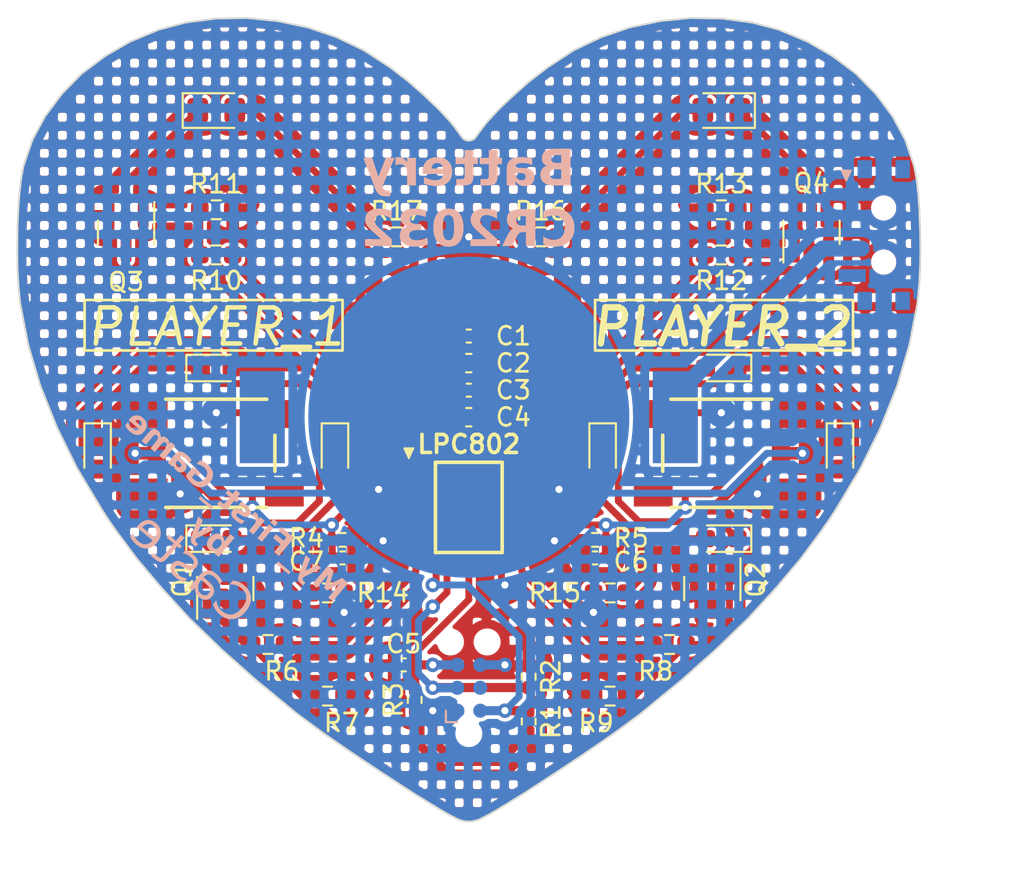
<source format=kicad_pcb>
(kicad_pcb (version 20221018) (generator pcbnew)
  (layers (0 "F.Cu" signal) (31 "B.Cu" signal) (34 "B.Paste" user) (35 "F.Paste" user) (36 "B.SilkS" user "B.Silkscreen") (37 "F.SilkS" user "F.Silkscreen") (38 "B.Mask" user) (39 "F.Mask" user) (44 "Edge.Cuts" user))
  (net 0 "")
  (net 1 "+3V3")
  (net 2 "GND")
  (net 3 "/!RST")
  (net 4 "Net-(D1-K)")
  (net 5 "Net-(D1-A)")
  (net 6 "Net-(D5-K)")
  (net 7 "Net-(D5-A)")
  (net 8 "Net-(D9-K)")
  (net 9 "Net-(D9-A)")
  (net 10 "Net-(D10-K)")
  (net 11 "Net-(D10-A)")
  (net 12 "/LEDS_L")
  (net 13 "/LEDS_R")
  (net 14 "/LEDS_BR")
  (net 15 "/SWCLK")
  (net 16 "/SWDIO")
  (net 17 "/LEDS_BL")
  (net 18 "/-")
  (net 19 "/+")
  (net 21 "Net-(Q1-B)")
  (net 22 "Net-(Q2-B)")
  (net 23 "Net-(Q3-B)")
  (net 24 "Net-(Q4-B)")
  (net 29 "+BATT")
  (footprint "Resistor_SMD:R_0402_1005Metric_Pad0.72x0.64mm_HandSolder" (layer "F.Cu") (at 137.45 99.93)
    (fp_text reference "R4")
    (fp_text value "47k")
  )
  (footprint "Fading_LED_game:Button_EVP-BT2G4A000" (layer "F.Cu") (at 158.45 95.13)
    (fp_text reference "PLAYER_2")
    (fp_text value "Button_EVP-BT2G4A000" hide)
  )
  (footprint "Capacitor_SMD:C_0402_1005Metric_Pad0.74x0.62mm_HandSolder" (layer "F.Cu") (at 140.84 106.86)
    (fp_text reference "C5")
    (fp_text value "100nF 50V")
  )
  (footprint "Fading_LED_game:Button_EVP-BT2G4A000" (layer "F.Cu") (at 130.45 95.13 180)
    (fp_text reference "PLAYER_1")
    (fp_text value "Button_EVP-BT2G4A000" hide)
  )
  (footprint "Capacitor_SMD:C_0402_1005Metric_Pad0.74x0.62mm_HandSolder" (layer "F.Cu") (at 144.45 91.63)
    (fp_text reference "C3")
    (fp_text value "100nF 50V")
  )
  (footprint "Package_TO_SOT_SMD:SOT-23" (layer "F.Cu") (at 157.95 102.63 -90)
    (fp_text reference "Q2")
    (fp_text value "BC817")
  )
  (footprint "Resistor_SMD:R_0603_1608Metric_Pad0.98x0.95mm_HandSolder" (layer "F.Cu") (at 136.62 102.87)
    (fp_text reference "R14")
    (fp_text value "750")
  )
  (footprint "Resistor_SMD:R_0603_1608Metric_Pad0.98x0.95mm_HandSolder" (layer "F.Cu") (at 158.45 84.13)
    (fp_text reference "R12")
    (fp_text value "10k")
  )
  (footprint "LED_SMD:LED_0603_1608Metric_Pad1.05x0.95mm_HandSolder" (layer "F.Cu") (at 130.45 99.86)
    (fp_text reference "D3" hide)
    (fp_text value "LED_P1")
  )
  (footprint "Package_TO_SOT_SMD:SOT-23" (layer "F.Cu") (at 130.95 102.63 90)
    (fp_text reference "Q1")
    (fp_text value "BC817")
  )
  (footprint "Resistor_SMD:R_0603_1608Metric_Pad0.98x0.95mm_HandSolder" (layer "F.Cu") (at 133.32 105.73 180)
    (fp_text reference "R6")
    (fp_text value "10k")
  )
  (footprint "LED_SMD:LED_0603_1608Metric_Pad1.05x0.95mm_HandSolder" (layer "F.Cu") (at 165.03 95.13 -90)
    (fp_text reference "D8" hide)
    (fp_text value "LED_P2")
  )
  (footprint "Resistor_SMD:R_0603_1608Metric_Pad0.98x0.95mm_HandSolder" (layer "F.Cu") (at 130.45 81.63)
    (fp_text reference "R11")
    (fp_text value "10k")
  )
  (footprint "Resistor_SMD:R_0402_1005Metric_Pad0.72x0.64mm_HandSolder" (layer "F.Cu") (at 147.77 107.52 90)
    (fp_text reference "R2")
    (fp_text value "10k")
  )
  (footprint "Resistor_SMD:R_0603_1608Metric_Pad0.98x0.95mm_HandSolder" (layer "F.Cu") (at 148.45 83.13 180)
    (fp_text reference "R16")
    (fp_text value "750")
  )
  (footprint "LED_SMD:LED_0603_1608Metric_Pad1.05x0.95mm_HandSolder" (layer "F.Cu") (at 137.03 95.13 -90)
    (fp_text reference "D4" hide)
    (fp_text value "LED_P1")
  )
  (footprint "Resistor_SMD:R_0603_1608Metric_Pad0.98x0.95mm_HandSolder" (layer "F.Cu") (at 136.62 108.59)
    (fp_text reference "R7")
    (fp_text value "10k")
  )
  (footprint "Fan controller:mcu LPC802" (layer "F.Cu") (at 144.45 98.13)
    (fp_text reference "LPC802")
    (fp_text value "mcu LPC802M001JDH16J" hide)
  )
  (footprint "LED_SMD:LED_0805_2012Metric_Pad1.15x1.40mm_HandSolder" (layer "F.Cu") (at 130.45 76.13)
    (fp_text reference "D9" hide)
    (fp_text value "LED")
  )
  (footprint "Capacitor_SMD:C_0603_1608Metric_Pad1.08x0.95mm_HandSolder" (layer "F.Cu") (at 144.45 90.13)
    (fp_text reference "C2")
    (fp_text value "10uF 10V")
  )
  (footprint "LED_SMD:LED_0603_1608Metric_Pad1.05x0.95mm_HandSolder" (layer "F.Cu") (at 151.87 95.13 -90)
    (fp_text reference "D6" hide)
    (fp_text value "LED_P2")
  )
  (footprint "Resistor_SMD:R_0603_1608Metric_Pad0.98x0.95mm_HandSolder" (layer "F.Cu") (at 152.28 102.87 180)
    (fp_text reference "R15")
    (fp_text value "750")
  )
  (footprint "LED_SMD:LED_0603_1608Metric_Pad1.05x0.95mm_HandSolder" (layer "F.Cu") (at 158.45 90.4 180)
    (fp_text reference "D5" hide)
    (fp_text value "LED_P2")
  )
  (footprint "Package_TO_SOT_SMD:SOT-23" (layer "F.Cu") (at 163.45 82.88 90)
    (fp_text reference "Q4")
    (fp_text value "BC817")
  )
  (footprint "Resistor_SMD:R_0603_1608Metric_Pad0.98x0.95mm_HandSolder" (layer "F.Cu") (at 140.45 83.13)
    (fp_text reference "R17")
    (fp_text value "750")
  )
  (footprint "Resistor_SMD:R_0402_1005Metric_Pad0.72x0.64mm_HandSolder" (layer "F.Cu") (at 147.77 110 90)
    (fp_text reference "R1")
    (fp_text value "10k")
  )
  (footprint "Resistor_SMD:R_0603_1608Metric_Pad0.98x0.95mm_HandSolder" (layer "F.Cu") (at 158.45 81.63 180)
    (fp_text reference "R13")
    (fp_text value "10k")
  )
  (footprint "LED_SMD:LED_0603_1608Metric_Pad1.05x0.95mm_HandSolder" (layer "F.Cu") (at 158.45 99.86 180)
    (fp_text reference "D7" hide)
    (fp_text value "LED_P2")
  )
  (footprint "LED_SMD:LED_0805_2012Metric_Pad1.15x1.40mm_HandSolder" (layer "F.Cu") (at 158.45 76.13 180)
    (fp_text reference "D10" hide)
    (fp_text value "LED")
  )
  (footprint "Resistor_SMD:R_0402_1005Metric_Pad0.72x0.64mm_HandSolder" (layer "F.Cu") (at 151.45 99.93 180)
    (fp_text reference "R5")
    (fp_text value "47k")
  )
  (footprint "Package_TO_SOT_SMD:SOT-23" (layer "F.Cu") (at 125.45 82.88 -90)
    (fp_text reference "Q3")
    (fp_text value "BC817")
  )
  (footprint "LED_SMD:LED_0603_1608Metric_Pad1.05x0.95mm_HandSolder" (layer "F.Cu") (at 123.87 95.13 -90)
    (fp_text reference "D2" hide)
    (fp_text value "LED_P1")
  )
  (footprint "Capacitor_SMD:C_0402_1005Metric_Pad0.74x0.62mm_HandSolder" (layer "F.Cu") (at 151.45 100.93)
    (fp_text reference "C6")
    (fp_text value "100nF 50V")
  )
  (footprint "Resistor_SMD:R_0603_1608Metric_Pad0.98x0.95mm_HandSolder" (layer "F.Cu") (at 152.28 108.59 180)
    (fp_text reference "R9")
    (fp_text value "10k")
  )
  (footprint "Resistor_SMD:R_0603_1608Metric_Pad0.98x0.95mm_HandSolder" (layer "F.Cu") (at 155.58 105.73)
    (fp_text reference "R8")
    (fp_text value "10k")
  )
  (footprint "Capacitor_SMD:C_0402_1005Metric_Pad0.74x0.62mm_HandSolder" (layer "F.Cu") (at 137.45 100.93 180)
    (fp_text reference "C7")
    (fp_text value "100nF 50V")
  )
  (footprint "Resistor_SMD:R_0402_1005Metric_Pad0.72x0.64mm_HandSolder" (layer "F.Cu") (at 141.45 108.8 90)
    (fp_text reference "R3")
    (fp_text value "10k")
  )
  (footprint "LED_SMD:LED_0603_1608Metric_Pad1.05x0.95mm_HandSolder" (layer "F.Cu") (at 130.45 90.4)
    (fp_text reference "D1" hide)
    (fp_text value "LED_P1")
  )
  (footprint "Resistor_SMD:R_0603_1608Metric_Pad0.98x0.95mm_HandSolder" (layer "F.Cu") (at 130.45 84.13 180)
    (fp_text reference "R10")
    (fp_text value "10k")
  )
  (footprint "Capacitor_SMD:C_0603_1608Metric_Pad1.08x0.95mm_HandSolder" (layer "F.Cu") (at 144.45 93.13)
    (fp_text reference "C4")
    (fp_text value "10uF 10V")
  )
  (footprint "Capacitor_SMD:C_0402_1005Metric_Pad0.74x0.62mm_HandSolder" (layer "F.Cu") (at 144.45 88.63)
    (fp_text reference "C1")
    (fp_text value "100nF 50V")
  )
  (footprint "Connector:Tag-Connect_TC2030-IDC-NL_2x03_P1.27mm_Vertical" (layer "B.Cu") (at 144.45 108.13 90)
    (fp_text reference "J1" hide)
    (fp_text value "Prog conn")
  )
  (footprint "Fading_LED_game:Switch_CUS-12TB" (layer "B.Cu") (at 167.45 83.13 -90)
    (fp_text reference "S1" hide)
    (fp_text value "Switch_CUS-12TB" hide)
  )
  (footprint "Fading_LED_game:CR2032_BAT-HLD-001" (layer "B.Cu") (at 144.45 93.13 180)
    (fp_text reference "BT1" hide)
    (fp_text value "CR2032_BAT-HLD-001" hide)
  )
  (gr_rect (start 151.45 86.63) (end 165.75 89.43) (stroke (width 0.15)) (fill none) (layer "F.SilkS"))
  (gr_rect (start 123.15 86.63) (end 137.45 89.43) (stroke (width 0.15)) (fill none) (layer "F.SilkS"))
  (gr_line (start 148.83 73.73) (end 147.79 74.53) (stroke (width 0.1)) (layer "Edge.Cuts"))
  (gr_line (start 167.94 76.46) (end 167.01 75.21) (stroke (width 0.1)) (layer "Edge.Cuts"))
  (gr_line (start 157.26 106.79) (end 158.12 106.03) (stroke (width 0.1)) (layer "Edge.Cuts"))
  (gr_line (start 119.43 82.83) (end 119.47 81.72) (stroke (width 0.1)) (layer "Edge.Cuts"))
  (gr_line (start 168.64 77.76) (end 167.94 76.46) (stroke (width 0.1)) (layer "Edge.Cuts"))
  (gr_line (start 141.11 74.53) (end 141.96 75.28) (stroke (width 0.1)) (layer "Edge.Cuts"))
  (gr_line (start 143.39 76.72) (end 143.51 76.86) (stroke (width 0.1)) (layer "Edge.Cuts"))
  (gr_line (start 145.55 115.16) (end 146.07 114.86) (stroke (width 0.1)) (layer "Edge.Cuts"))
  (gr_arc (start 145.172697 115.350415) (mid 144.43 115.54) (end 143.691138 115.335978) (stroke (width 0.1)) (layer "Edge.Cuts"))
  (gr_line (start 131.64 106.79) (end 130.78 106.03) (stroke (width 0.1)) (layer "Edge.Cuts"))
  (gr_line (start 168.2 91.38) (end 168.87 89.12) (stroke (width 0.1)) (layer "Edge.Cuts"))
  (gr_line (start 152.91 110.35) (end 153.99 109.55) (stroke (width 0.1)) (layer "Edge.Cuts"))
  (gr_line (start 156.75 71) (end 155.06 71.17) (stroke (width 0.1)) (layer "Edge.Cuts"))
  (gr_line (start 126.06 100.98) (end 124.88 99.39) (stroke (width 0.1)) (layer "Edge.Cuts"))
  (gr_line (start 143.51 76.86) (end 143.82 77.27) (stroke (width 0.1)) (layer "Edge.Cuts"))
  (gr_line (start 145.55 115.16) (end 145.172697 115.350415) (stroke (width 0.1)) (layer "Edge.Cuts"))
  (gr_line (start 121.89 75.21) (end 123 74.08) (stroke (width 0.1)) (layer "Edge.Cuts"))
  (gr_line (start 125.68 72.31) (end 127.29 71.64) (stroke (width 0.1)) (layer "Edge.Cuts"))
  (gr_line (start 136.45 110.68) (end 135.99 110.35) (stroke (width 0.1)) (layer "Edge.Cuts"))
  (gr_line (start 142.79 76.07) (end 143.39 76.72) (stroke (width 0.1)) (layer "Edge.Cuts"))
  (gr_line (start 169.47 82.83) (end 169.43 81.72) (stroke (width 0.1)) (layer "Edge.Cuts"))
  (gr_line (start 153.99 109.55) (end 155.48 108.32) (stroke (width 0.1)) (layer "Edge.Cuts"))
  (gr_line (start 164.64 98.48) (end 164.77 98.28) (stroke (width 0.1)) (layer "Edge.Cuts"))
  (gr_line (start 161.61 71.64) (end 160.13 71.25) (stroke (width 0.1)) (layer "Edge.Cuts"))
  (gr_line (start 153.39 71.52) (end 151.8 72.06) (stroke (width 0.1)) (layer "Edge.Cuts"))
  (gr_line (start 119.48 85.74) (end 119.43 84.74) (stroke (width 0.1)) (layer "Edge.Cuts"))
  (gr_line (start 152.45 110.68) (end 152.91 110.35) (stroke (width 0.1)) (layer "Edge.Cuts"))
  (gr_line (start 141.38 113.97) (end 139.75 112.91) (stroke (width 0.1)) (layer "Edge.Cuts"))
  (gr_line (start 151.89 111.07) (end 152.45 110.68) (stroke (width 0.1)) (layer "Edge.Cuts"))
  (gr_line (start 127.42 102.59) (end 126.06 100.98) (stroke (width 0.1)) (layer "Edge.Cuts"))
  (gr_line (start 128.77 71.25) (end 130.43 71.03) (stroke (width 0.1)) (layer "Edge.Cuts"))
  (gr_line (start 123 74.08) (end 124.28 73.12) (stroke (width 0.1)) (layer "Edge.Cuts"))
  (gr_arc (start 144.789999 77.669999) (mid 144.45 77.799901) (end 144.110001 77.669999) (stroke (width 0.1)) (layer "Edge.Cuts"))
  (gr_line (start 167.27 93.71) (end 168.2 91.38) (stroke (width 0.1)) (layer "Edge.Cuts"))
  (gr_line (start 120.03 89.12) (end 119.58 86.8) (stroke (width 0.1)) (layer "Edge.Cuts"))
  (gr_line (start 132.61 107.66) (end 131.64 106.79) (stroke (width 0.1)) (layer "Edge.Cuts"))
  (gr_line (start 164.02 99.39) (end 164.37 98.89) (stroke (width 0.1)) (layer "Edge.Cuts"))
  (gr_line (start 127.29 71.64) (end 128.77 71.25) (stroke (width 0.1)) (layer "Edge.Cuts"))
  (gr_line (start 169.27 79.93) (end 169.13 79.2) (stroke (width 0.1)) (layer "Edge.Cuts"))
  (gr_line (start 163.22 72.31) (end 161.61 71.64) (stroke (width 0.1)) (layer "Edge.Cuts"))
  (gr_line (start 137.01 111.07) (end 136.45 110.68) (stroke (width 0.1)) (layer "Edge.Cuts"))
  (gr_line (start 124.28 73.12) (end 125.68 72.31) (stroke (width 0.1)) (layer "Edge.Cuts"))
  (gr_line (start 145.08 77.27) (end 144.79 77.67) (stroke (width 0.1)) (layer "Edge.Cuts"))
  (gr_line (start 132.15 71) (end 133.84 71.17) (stroke (width 0.1)) (layer "Edge.Cuts"))
  (gr_line (start 150.29 72.78) (end 148.83 73.73) (stroke (width 0.1)) (layer "Edge.Cuts"))
  (gr_line (start 155.06 71.17) (end 153.39 71.52) (stroke (width 0.1)) (layer "Edge.Cuts"))
  (gr_line (start 120.96 76.46) (end 121.89 75.21) (stroke (width 0.1)) (layer "Edge.Cuts"))
  (gr_line (start 137.1 72.06) (end 138.61 72.78) (stroke (width 0.1)) (layer "Edge.Cuts"))
  (gr_line (start 124.88 99.39) (end 124.53 98.89) (stroke (width 0.1)) (layer "Edge.Cuts"))
  (gr_line (start 124.26 98.48) (end 124.13 98.28) (stroke (width 0.1)) (layer "Edge.Cuts"))
  (gr_line (start 169.48 83.93) (end 169.47 82.83) (stroke (width 0.1)) (layer "Edge.Cuts"))
  (gr_line (start 165.9 74.08) (end 164.62 73.12) (stroke (width 0.1)) (layer "Edge.Cuts"))
  (gr_line (start 166.16 95.96) (end 167.27 93.71) (stroke (width 0.1)) (layer "Edge.Cuts"))
  (gr_line (start 143.35 115.16) (end 142.83 114.86) (stroke (width 0.1)) (layer "Edge.Cuts"))
  (gr_line (start 167.01 75.21) (end 165.9 74.08) (stroke (width 0.1)) (layer "Edge.Cuts"))
  (gr_line (start 169.47 84.74) (end 169.48 83.93) (stroke (width 0.1)) (layer "Edge.Cuts"))
  (gr_line (start 145.51 76.72) (end 145.39 76.86) (stroke (width 0.1)) (layer "Edge.Cuts"))
  (gr_line (start 156.29 107.66) (end 157.26 106.79) (stroke (width 0.1)) (layer "Edge.Cuts"))
  (gr_line (start 158.47 71.03) (end 156.75 71) (stroke (width 0.1)) (layer "Edge.Cuts"))
  (gr_line (start 141.96 75.28) (end 142.79 76.07) (stroke (width 0.1)) (layer "Edge.Cuts"))
  (gr_line (start 133.42 108.32) (end 132.61 107.66) (stroke (width 0.1)) (layer "Edge.Cuts"))
  (gr_line (start 161.48 102.59) (end 162.84 100.98) (stroke (width 0.1)) (layer "Edge.Cuts"))
  (gr_line (start 169.13 79.2) (end 168.64 77.76) (stroke (width 0.1)) (layer "Edge.Cuts"))
  (gr_line (start 146.07 114.86) (end 147.52 113.97) (stroke (width 0.1)) (layer "Edge.Cuts"))
  (gr_line (start 135.99 110.35) (end 134.91 109.55) (stroke (width 0.1)) (layer "Edge.Cuts"))
  (gr_line (start 147.79 74.53) (end 146.94 75.28) (stroke (width 0.1)) (layer "Edge.Cuts"))
  (gr_line (start 160.13 71.25) (end 158.47 71.03) (stroke (width 0.1)) (layer "Edge.Cuts"))
  (gr_line (start 119.54 80.74) (end 119.63 79.93) (stroke (width 0.1)) (layer "Edge.Cuts"))
  (gr_line (start 140.07 73.73) (end 141.11 74.53) (stroke (width 0.1)) (layer "Edge.Cuts"))
  (gr_line (start 135.51 71.52) (end 137.1 72.06) (stroke (width 0.1)) (layer "Edge.Cuts"))
  (gr_line (start 119.47 81.72) (end 119.54 80.74) (stroke (width 0.1)) (layer "Edge.Cuts"))
  (gr_line (start 137.39 111.33) (end 137.01 111.07) (stroke (width 0.1)) (layer "Edge.Cuts"))
  (gr_line (start 169.43 81.72) (end 169.36 80.74) (stroke (width 0.1)) (layer "Edge.Cuts"))
  (gr_line (start 120.26 77.76) (end 120.96 76.46) (stroke (width 0.1)) (layer "Edge.Cuts"))
  (gr_line (start 145.39 76.86) (end 145.08 77.27) (stroke (width 0.1)) (layer "Edge.Cuts"))
  (gr_line (start 155.48 108.32) (end 156.29 107.66) (stroke (width 0.1)) (layer "Edge.Cuts"))
  (gr_line (start 133.84 71.17) (end 135.51 71.52) (stroke (width 0.1)) (layer "Edge.Cuts"))
  (gr_line (start 149.15 112.91) (end 150.33 112.13) (stroke (width 0.1)) (layer "Edge.Cuts"))
  (gr_line (start 138.06 111.79) (end 137.39 111.33) (stroke (width 0.1)) (layer "Edge.Cuts"))
  (gr_line (start 143.82 77.27) (end 144.11 77.67) (stroke (width 0.1)) (layer "Edge.Cuts"))
  (gr_line (start 169.42 85.74) (end 169.47 84.74) (stroke (width 0.1)) (layer "Edge.Cuts"))
  (gr_line (start 150.33 112.13) (end 150.84 111.79) (stroke (width 0.1)) (layer "Edge.Cuts"))
  (gr_line (start 150.84 111.79) (end 151.51 111.33) (stroke (width 0.1)) (layer "Edge.Cuts"))
  (gr_line (start 119.42 83.93) (end 119.43 82.83) (stroke (width 0.1)) (layer "Edge.Cuts"))
  (gr_line (start 119.43 84.74) (end 119.42 83.93) (stroke (width 0.1)) (layer "Edge.Cuts"))
  (gr_line (start 120.7 91.38) (end 120.03 89.12) (stroke (width 0.1)) (layer "Edge.Cuts"))
  (gr_line (start 146.94 75.28) (end 146.11 76.07) (stroke (width 0.1)) (layer "Edge.Cuts"))
  (gr_line (start 122.74 95.96) (end 121.63 93.71) (stroke (width 0.1)) (layer "Edge.Cuts"))
  (gr_line (start 151.8 72.06) (end 150.29 72.78) (stroke (width 0.1)) (layer "Edge.Cuts"))
  (gr_line (start 138.61 72.78) (end 140.07 73.73) (stroke (width 0.1)) (layer "Edge.Cuts"))
  (gr_line (start 146.11 76.07) (end 145.51 76.72) (stroke (width 0.1)) (layer "Edge.Cuts"))
  (gr_line (start 121.63 93.71) (end 120.7 91.38) (stroke (width 0.1)) (layer "Edge.Cuts"))
  (gr_line (start 130.43 71.03) (end 132.15 71) (stroke (width 0.1)) (layer "Edge.Cuts"))
  (gr_line (start 169.32 86.8) (end 169.42 85.74) (stroke (width 0.1)) (layer "Edge.Cuts"))
  (gr_line (start 119.63 79.93) (end 119.77 79.2) (stroke (width 0.1)) (layer "Edge.Cuts"))
  (gr_line (start 164.62 73.12) (end 163.22 72.31) (stroke (width 0.1)) (layer "Edge.Cuts"))
  (gr_line (start 159.96 104.25) (end 161.48 102.59) (stroke (width 0.1)) (layer "Edge.Cuts"))
  (gr_line (start 151.51 111.33) (end 151.89 111.07) (stroke (width 0.1)) (layer "Edge.Cuts"))
  (gr_line (start 138.57 112.13) (end 138.06 111.79) (stroke (width 0.1)) (layer "Edge.Cuts"))
  (gr_line (start 142.83 114.86) (end 141.38 113.97) (stroke (width 0.1)) (layer "Edge.Cuts"))
  (gr_line (start 134.91 109.55) (end 133.42 108.32) (stroke (width 0.1)) (layer "Edge.Cuts"))
  (gr_line (start 147.52 113.97) (end 149.15 112.91) (stroke (width 0.1)) (layer "Edge.Cuts"))
  (gr_line (start 139.75 112.91) (end 138.57 112.13) (stroke (width 0.1)) (layer "Edge.Cuts"))
  (gr_line (start 164.37 98.89) (end 164.64 98.48) (stroke (width 0.1)) (layer "Edge.Cuts"))
  (gr_line (start 124.13 98.28) (end 122.74 95.96) (stroke (width 0.1)) (layer "Edge.Cuts"))
  (gr_line (start 124.53 98.89) (end 124.26 98.48) (stroke (width 0.1)) (layer "Edge.Cuts"))
  (gr_line (start 119.77 79.2) (end 120.26 77.76) (stroke (width 0.1)) (layer "Edge.Cuts"))
  (gr_line (start 169.36 80.74) (end 169.27 79.93) (stroke (width 0.1)) (layer "Edge.Cuts"))
  (gr_line (start 130.78 106.03) (end 128.94 104.25) (stroke (width 0.1)) (layer "Edge.Cuts"))
  (gr_line (start 164.77 98.28) (end 166.16 95.96) (stroke (width 0.1)) (layer "Edge.Cuts"))
  (gr_line (start 119.58 86.8) (end 119.48 85.74) (stroke (width 0.1)) (layer "Edge.Cuts"))
  (gr_line (start 168.87 89.12) (end 169.32 86.8) (stroke (width 0.1)) (layer "Edge.Cuts"))
  (gr_line (start 128.94 104.25) (end 127.42 102.59) (stroke (width 0.1)) (layer "Edge.Cuts"))
  (gr_line (start 143.691138 115.335978) (end 143.35 115.16) (stroke (width 0.1)) (layer "Edge.Cuts"))
  (gr_line (start 158.12 106.03) (end 159.96 104.25) (stroke (width 0.1)) (layer "Edge.Cuts"))
  (gr_line (start 162.84 100.98) (end 164.02 99.39) (stroke (width 0.1)) (layer "Edge.Cuts"))
  (gr_text "Caste" (at 131.33 105.04 320) (layer "B.SilkS") (effects (font (size 2 2)) (justify left bottom mirror)))
  (gr_text "My_First_Game\nby\n" (at 129.6 100.34 320) (layer "B.SilkS") (effects (font (size 1.3 1.3) (thickness 0.2) bold) (justify bottom mirror)))
  (gr_text "Battery\nCR2032" (at 144.45 81.13) (layer "B.SilkS") (effects (font (size 2 2) (thickness 0.4) bold) (justify mirror)))
  (segment (start 141.4525 109.4) (end 141.45 109.3975) (width 0.508) (layer "F.Cu") (net 1))
  (segment (start 146.1575 112.21) (end 143.63 112.21) (width 0.508) (layer "F.Cu") (net 1))
  (segment (start 130.45 92.88) (end 134.5 92.88) (width 0.381) (layer "F.Cu") (net 1))
  (segment (start 147.388 98.455) (end 146.2695 98.455) (width 0.381) (layer "F.Cu") (net 1))
  (segment (start 145.0175 91.63) (end 145.0175 90.425) (width 0.381) (layer "F.Cu") (net 1))
  (segment (start 141.3625 83.13) (end 144.45 83.13) (width 0.381) (layer "F.Cu") (net 1))
  (segment (start 145.0175 88.63) (end 145.0175 89.835) (width 0.381) (layer "F.Cu") (net 1))
  (segment (start 143.63 112.21) (end 142.45 111.03) (width 0.508) (layer "F.Cu") (net 1))
  (segment (start 162.5 97.38) (end 160.45 97.38) (width 0.381) (layer "F.Cu") (net 1))
  (segment (start 146.26 102.24) (end 146.26 98.4645) (width 0.381) (layer "F.Cu") (net 1))
  (segment (start 145.0175 89.835) (end 145.3125 90.13) (width 0.381) (layer "F.Cu") (net 1))
  (segment (start 137.5325 103.9425) (end 137.54 103.95) (width 0.381) (layer "F.Cu") (net 1))
  (segment (start 145.86 96.0955) (end 145.86 96.9145) (width 0.381) (layer "F.Cu") (net 1))
  (segment (start 145.0175 92.835) (end 145.3125 93.13) (width 0.381) (layer "F.Cu") (net 1))
  (segment (start 146.2695 98.455) (end 145.86 98.0455) (width 0.381) (layer "F.Cu") (net 1))
  (segment (start 145.3125 95.548) (end 145.86 96.0955) (width 0.381) (layer "F.Cu") (net 1))
  (segment (start 146.45 102.43) (end 146.26 102.24) (width 0.381) (layer "F.Cu") (net 1))
  (segment (start 128.45 97.38) (end 126.4 97.38) (width 0.381) (layer "F.Cu") (net 1))
  (segment (start 142.45 111.03) (end 142.45 109.4) (width 0.508) (layer "F.Cu") (net 1))
  (segment (start 147.77 110.5975) (end 146.1575 112.21) (width 0.508) (layer "F.Cu") (net 1))
  (segment (start 145.86 96.9145) (end 146.2695 96.505) (width 0.381) (layer "F.Cu") (net 1))
  (segment (start 145.3125 93.13) (end 145.3125 95.548) (width 0.381) (layer "F.Cu") (net 1))
  (segment (start 145.0175 91.63) (end 145.0175 92.835) (width 0.381) (layer "F.Cu") (net 1))
  (segment (start 142.45 109.4) (end 141.4525 109.4) (width 0.508) (layer "F.Cu") (net 1))
  (segment (start 145.0175 90.425) (end 145.3125 90.13) (width 0.381) (layer "F.Cu") (net 1))
  (segment (start 147.5375 83.13) (end 144.45 83.13) (width 0.381) (layer "F.Cu") (net 1))
  (segment (start 146.26 98.4645) (end 146.2695 98.455) (width 0.381) (layer "F.Cu") (net 1))
  (segment (start 151.36 102.8775) (end 151.3675 102.87) (width 0.381) (layer "F.Cu") (net 1))
  (segment (start 151.36 103.95) (end 151.36 102.8775) (width 0.381) (layer "F.Cu") (net 1))
  (segment (start 145.86 98.0455) (end 145.86 96.9145) (width 0.381) (layer "F.Cu") (net 1))
  (segment (start 158.45 92.88) (end 154.4 92.88) (width 0.381) (layer "F.Cu") (net 1))
  (segment (start 146.2695 96.505) (end 147.388 96.505) (width 0.381) (layer "F.Cu") (net 1))
  (segment (start 137.5325 102.87) (end 137.5325 103.9425) (width 0.381) (layer "F.Cu") (net 1))
  (via (at 144.45 83.13) (size 0.8) (drill 0.4) (layers "F.Cu" "B.Cu") (net 1))
  (via (at 128.45 97.38) (size 0.8) (drill 0.4) (layers "F.Cu" "B.Cu") (net 1))
  (via (at 130.45 92.88) (size 0.8) (drill 0.4) (layers "F.Cu" "B.Cu") (net 1))
  (via (at 158.45 92.88) (size 0.8) (drill 0.4) (layers "F.Cu" "B.Cu") (net 1))
  (via (at 160.45 97.38) (size 0.8) (drill 0.4) (layers "F.Cu" "B.Cu") (net 1))
  (via (at 142.45 109.4) (size 0.8) (drill 0.4) (layers "F.Cu" "B.Cu") (net 1))
  (via (at 146.45 102.43) (size 0.8) (drill 0.4) (layers "F.Cu" "B.Cu") (net 1))
  (via (at 137.54 103.95) (size 0.8) (drill 0.4) (layers "F.Cu" "B.Cu") (net 1))
  (via (at 151.36 103.95) (size 0.8) (drill 0.4) (layers "F.Cu" "B.Cu") (net 1))
  (segment (start 142.45 109.4) (end 143.815 109.4) (width 0.508) (layer "B.Cu") (net 1))
  (segment (start 161.75 95.13) (end 162.95 95.13) (width 0.381) (layer "F.Cu") (net 2))
  (segment (start 127.15 95.13) (end 125.95 95.13) (width 0.381) (layer "F.Cu") (net 2))
  (via (at 162.95 95.13) (size 0.8) (drill 0.4) (layers "F.Cu" "B.Cu") (net 2))
  (via (at 146.45 106.86) (size 0.8) (drill 0.4) (layers "F.Cu" "B.Cu") (net 2))
  (via (at 139.7 99.98) (size 0.8) (drill 0.4) (layers "F.Cu" "B.Cu") (net 2))
  (via (at 149.45 97.13) (size 0.8) (drill 0.4) (layers "F.Cu" "B.Cu") (net 2))
  (via (at 125.95 95.13) (size 0.8) (drill 0.4) (layers "F.Cu" "B.Cu") (net 2))
  (via (at 149.2 99.98) (size 0.8) (drill 0.4) (layers "F.Cu" "B.Cu") (net 2))
  (via (at 139.45 97.13) (size 0.8) (drill 0.4) (layers "F.Cu" "B.Cu") (net 2))
  (segment (start 125.95 95.13) (end 127.93 95.13) (width 0.381) (layer "B.Cu") (net 2))
  (segment (start 140.2405 97.3395) (end 144.45 93.13) (width 0.381) (layer "B.Cu") (net 2))
  (segment (start 146.45 106.86) (end 145.085 106.86) (width 0.508) (layer "B.Cu") (net 2))
  (segment (start 148.6595 97.3395) (end 144.45 93.13) (width 0.381) (layer "B.Cu") (net 2))
  (segment (start 162.95 95.13) (end 160.97 95.13) (width 0.381) (layer "B.Cu") (net 2))
  (segment (start 130.1395 97.3395) (end 140.2405 97.3395) (width 0.381) (layer "B.Cu") (net 2))
  (segment (start 158.7605 97.3395) (end 148.6595 97.3395) (width 0.381) (layer "B.Cu") (net 2))
  (segment (start 160.97 95.13) (end 158.7605 97.3395) (width 0.381) (layer "B.Cu") (net 2))
  (segment (start 127.93 95.13) (end 130.1395 97.3395) (width 0.381) (layer "B.Cu") (net 2))
  (segment (start 143.345 97.805) (end 141.512 97.805) (width 0.381) (layer "F.Cu") (net 3))
  (segment (start 144.45 103.240579) (end 144.45 98.91) (width 0.381) (layer "F.Cu") (net 3))
  (segment (start 141.45 108.2025) (end 141.45 106.9025) (width 0.508) (layer "F.Cu") (net 3))
  (segment (start 141.4075 106.283079) (end 144.45 103.240579) (width 0.381) (layer "F.Cu") (net 3))
  (segment (start 141.4075 106.86) (end 141.4075 106.283079) (width 0.381) (layer "F.Cu") (net 3))
  (segment (start 142.45 106.86) (end 141.4075 106.86) (width 0.508) (layer "F.Cu") (net 3))
  (segment (start 141.45 106.9025) (end 141.4075 106.86) (width 0.508) (layer "F.Cu") (net 3))
  (segment (start 144.45 98.91) (end 143.345 97.805) (width 0.381) (layer "F.Cu") (net 3))
  (via (at 142.45 106.86) (size 0.8) (drill 0.4) (layers "F.Cu" "B.Cu") (net 3))
  (segment (start 142.45 106.86) (end 143.815 106.86) (width 0.508) (layer "B.Cu") (net 3))
  (segment (start 136.1645 97.7755) (end 134.9455 98.9945) (width 0.381) (layer "F.Cu") (net 4))
  (segment (start 130.4405 91.2655) (end 135.603842 91.2655) (width 0.381) (layer "F.Cu") (net 4))
  (segment (start 123.87 92.791658) (end 123.87 94.255) (width 0.381) (layer "F.Cu") (net 4))
  (segment (start 134.9455 98.9945) (end 130.4405 98.9945) (width 0.381) (layer "F.Cu") (net 4))
  (segment (start 137.03 94.255) (end 136.1645 95.1205) (width 0.381) (layer "F.Cu") (net 4))
  (segment (start 137.03 92.691658) (end 137.03 94.255) (width 0.381) (layer "F.Cu") (net 4))
  (segment (start 129.575 90.4) (end 126.261658 90.4) (width 0.381) (layer "F.Cu") (net 4))
  (segment (start 135.603842 91.2655) (end 137.03 92.691658) (width 0.381) (layer "F.Cu") (net 4))
  (segment (start 126.261658 90.4) (end 123.87 92.791658) (width 0.381) (layer "F.Cu") (net 4))
  (segment (start 130.4405 98.9945) (end 129.575 99.86) (width 0.381) (layer "F.Cu") (net 4))
  (segment (start 130.95 101.6925) (end 130.95 101.235) (width 0.508) (layer "F.Cu") (net 4))
  (segment (start 129.575 90.4) (end 130.4405 91.2655) (width 0.381) (layer "F.Cu") (net 4))
  (segment (start 130.95 101.235) (end 129.575 99.86) (width 0.508) (layer "F.Cu") (net 4))
  (segment (start 136.1645 95.1205) (end 136.1645 97.7755) (width 0.381) (layer "F.Cu") (net 4))
  (segment (start 126.31 89.53) (end 130.455 89.53) (width 0.381) (layer "F.Cu") (net 5))
  (segment (start 134.901658 102.064158) (end 135.7075 102.87) (width 0.381) (layer "F.Cu") (net 5))
  (segment (start 134.901658 99.86) (end 131.325 99.86) (width 0.381) (layer "F.Cu") (net 5))
  (segment (start 123.87 96.005) (end 123.0045 95.1395) (width 0.381) (layer "F.Cu") (net 5))
  (segment (start 130.455 89.53) (end 131.325 90.4) (width 0.381) (layer "F.Cu") (net 5))
  (segment (start 123.0045 95.1395) (end 123.0045 92.8355) (width 0.381) (layer "F.Cu") (net 5))
  (segment (start 137.8955 92.7355) (end 137.8955 95.1395) (width 0.381) (layer "F.Cu") (net 5))
  (segment (start 137.03 97.731658) (end 134.901658 99.86) (width 0.381) (layer "F.Cu") (net 5))
  (segment (start 137.03 96.005) (end 137.03 97.731658) (width 0.381) (layer "F.Cu") (net 5))
  (segment (start 131.325 90.4) (end 135.56 90.4) (width 0.381) (layer "F.Cu") (net 5))
  (segment (start 135.56 90.4) (end 137.8955 92.7355) (width 0.381) (layer "F.Cu") (net 5))
  (segment (start 134.901658 99.86) (end 134.901658 102.064158) (width 0.381) (layer "F.Cu") (net 5))
  (segment (start 137.8955 95.1395) (end 137.03 96.005) (width 0.381) (layer "F.Cu") (net 5))
  (segment (start 123.0045 92.8355) (end 126.31 89.53) (width 0.381) (layer "F.Cu") (net 5))
  (segment (start 157.95 103.5675) (end 157.95 100.898126) (width 0.381) (layer "F.Cu") (net 6))
  (segment (start 152.74 95.126) (end 152.74 97.781) (width 0.381) (layer "F.Cu") (net 6))
  (segment (start 165.0345 94.2605) (end 165.0345 92.797158) (width 0.381) (layer "F.Cu") (net 6))
  (segment (start 158.464 91.271) (end 153.300658 91.271) (width 0.381) (layer "F.Cu") (net 6))
  (segment (start 151.8745 94.2605) (end 152.74 95.126) (width 0.381) (layer "F.Cu") (net 6))
  (segment (start 152.74 97.781) (end 153.879 98.92) (width 0.381) (layer "F.Cu") (net 6))
  (segment (start 162.642842 90.4055) (end 159.3295 90.4055) (width 0.381) (layer "F.Cu") (net 6))
  (segment (start 165.0345 92.797158) (end 162.642842 90.4055) (width 0.381) (layer "F.Cu") (net 6))
  (segment (start 158.384 98.92) (end 159.3295 99.8655) (width 0.381) (layer "F.Cu") (net 6))
  (segment (start 159.3295 90.4055) (end 158.464 91.271) (width 0.381) (layer "F.Cu") (net 6))
  (segment (start 153.300658 91.271) (end 151.8745 92.697158) (width 0.381) (layer "F.Cu") (net 6))
  (segment (start 157.95 100.898126) (end 158.988126 99.86) (width 0.381) (layer "F.Cu") (net 6))
  (segment (start 153.879 98.92) (end 158.384 98.92) (width 0.381) (layer "F.Cu") (net 6))
  (segment (start 158.988126 99.86) (end 159.325 99.86) (width 0.381) (layer "F.Cu") (net 6))
  (segment (start 151.8745 92.697158) (end 151.8745 94.2605) (width 0.381) (layer "F.Cu") (net 6))
  (segment (start 151.865 96.015) (end 151.865 97.741658) (width 0.381) (layer "F.Cu") (net 7))
  (segment (start 162.579 89.52) (end 158.465 89.52) (width 0.381) (layer "F.Cu") (net 7))
  (segment (start 154.002842 102.069658) (end 153.197 102.8755) (width 0.381) (layer "F.Cu") (net 7))
  (segment (start 151 95.136) (end 151.8745 96.0105) (width 0.381) (layer "F.Cu") (net 7))
  (segment (start 154.002842 99.8655) (end 157.5795 99.8655) (width 0.381) (layer "F.Cu") (net 7))
  (segment (start 153.993342 99.87) (end 157.57 99.87) (width 0.381) (layer "F.Cu") (net 7))
  (segment (start 153.3445 90.4055) (end 151 92.75) (width 0.381) (layer "F.Cu") (net 7))
  (segment (start 154.002842 99.8655) (end 154.002842 102.069658) (width 0.381) (layer "F.Cu") (net 7))
  (segment (start 151 92.75) (end 151 95.136) (width 0.381) (layer "F.Cu") (net 7))
  (segment (start 165.9 95.145) (end 165.9 92.841) (width 0.381) (layer "F.Cu") (net 7))
  (segment (start 165.0345 96.0105) (end 165.9 95.145) (width 0.381) (layer "F.Cu") (net 7))
  (segment (start 151.865 97.741658) (end 153.993342 99.87) (width 0.381) (layer "F.Cu") (net 7))
  (segment (start 157.5795 90.4055) (end 153.3445 90.4055) (width 0.381) (layer "F.Cu") (net 7))
  (segment (start 158.465 89.52) (end 157.5795 90.4055) (width 0.381) (layer "F.Cu") (net 7))
  (segment (start 165.9 92.841) (end 162.579 89.52) (width 0.381) (layer "F.Cu") (net 7))
  (segment (start 125.45 83.8175) (end 125.45 80.105) (width 0.381) (layer "F.Cu") (net 8))
  (segment (start 125.45 80.105) (end 129.425 76.13) (width 0.381) (layer "F.Cu") (net 8))
  (segment (start 131.475 76.13) (end 132.5375 76.13) (width 0.381) (layer "F.Cu") (net 9))
  (segment (start 132.5375 76.13) (end 139.5375 83.13) (width 0.381) (layer "F.Cu") (net 9))
  (segment (start 163.45 80.105) (end 159.475 76.13) (width 0.381) (layer "F.Cu") (net 10))
  (segment (start 163.45 81.9425) (end 163.45 80.105) (width 0.381) (layer "F.Cu") (net 10))
  (segment (start 157.44 76.13) (end 156.3775 76.13) (width 0.381) (layer "F.Cu") (net 11))
  (segment (start 156.3775 76.13) (end 149.3775 83.13) (width 0.381) (layer "F.Cu") (net 11))
  (segment (start 131.3625 85.380842) (end 131.3625 84.13) (width 0.381) (layer "F.Cu") (net 12))
  (segment (start 141.512 95.855) (end 141.512 95.530342) (width 0.381) (layer "F.Cu") (net 12))
  (segment (start 141.512 95.530342) (end 131.3625 85.380842) (width 0.381) (layer "F.Cu") (net 12))
  (segment (start 147.388 95.855) (end 147.388 95.540342) (width 0.381) (layer "F.Cu") (net 13))
  (segment (start 157.5375 85.390842) (end 157.5375 84.13) (width 0.381) (layer "F.Cu") (net 13))
  (segment (start 147.388 95.540342) (end 157.5375 85.390842) (width 0.381) (layer "F.Cu") (net 13))
  (segment (start 147.39 101.68) (end 147.39 100.403032) (width 0.381) (layer "F.Cu") (net 14))
  (segment (start 154.6695 105.728032) (end 151.438032 105.728032) (width 0.381) (layer "F.Cu") (net 14))
  (segment (start 151.438032 105.728032) (end 147.39 101.68) (width 0.381) (layer "F.Cu") (net 14))
  (segment (start 141.512 99.105) (end 142.621658 99.105) (width 0.381) (layer "F.Cu") (net 15))
  (segment (start 143.2405 102.8395) (end 142.45 103.63) (width 0.381) (layer "F.Cu") (net 15))
  (segment (start 142.4625 108.1175) (end 142.45 108.13) (width 0.508) (layer "F.Cu") (net 15))
  (segment (start 143.2405 99.723842) (end 143.2405 102.8395) (width 0.381) (layer "F.Cu") (net 15))
  (segment (start 147.77 108.1175) (end 142.4625 108.1175) (width 0.508) (layer "F.Cu") (net 15))
  (segment (start 142.621658 99.105) (end 143.2405 99.723842) (width 0.381) (layer "F.Cu") (net 15))
  (via (at 142.45 103.63) (size 0.8) (drill 0.4) (layers "F.Cu" "B.Cu") (net 15))
  (via (at 142.45 108.13) (size 0.8) (drill 0.4) (layers "F.Cu" "B.Cu") (net 15))
  (segment (start 141.6595 104.4205) (end 141.6595 107.3395) (width 0.381) (layer "B.Cu") (net 15))
  (segment (start 141.6595 107.3395) (end 142.45 108.13) (width 0.381) (layer "B.Cu") (net 15))
  (segment (start 142.45 103.63) (end 141.6595 104.4205) (width 0.381) (layer "B.Cu") (net 15))
  (segment (start 143.815 108.13) (end 142.45 108.13) (width 0.508) (layer "B.Cu") (net 15))
  (segment (start 142.45 99.755) (end 141.512 99.755) (width 0.381) (layer "F.Cu") (net 16))
  (segment (start 142.64 99.945) (end 142.45 99.755) (width 0.381) (layer "F.Cu") (net 16))
  (segment (start 147.7675 109.4) (end 147.77 109.4025) (width 0.508) (layer "F.Cu") (net 16))
  (segment (start 142.45 102.43) (end 142.64 102.24) (width 0.381) (layer "F.Cu") (net 16))
  (segment (start 142.64 102.24) (end 142.64 99.945) (width 0.381) (layer "F.Cu") (net 16))
  (segment (start 146.45 109.4) (end 147.7675 109.4) (width 0.508) (layer "F.Cu") (net 16))
  (via (at 142.45 102.43) (size 0.8) (drill 0.4) (layers "F.Cu" "B.Cu") (net 16))
  (via (at 146.45 109.4) (size 0.8) (drill 0.4) (layers "F.Cu" "B.Cu") (net 16))
  (segment (start 147.2405 105.3205) (end 147.2405 108.6095) (width 0.381) (layer "B.Cu") (net 16))
  (segment (start 146.45 109.4) (end 145.085 109.4) (width 0.508) (layer "B.Cu") (net 16))
  (segment (start 144.35 102.43) (end 147.2405 105.3205) (width 0.381) (layer "B.Cu") (net 16))
  (segment (start 147.2405 108.6095) (end 146.45 109.4) (width 0.381) (layer "B.Cu") (net 16))
  (segment (start 142.45 102.43) (end 144.35 102.43) (width 0.381) (layer "B.Cu") (net 16))
  (segment (start 137.463968 105.73) (end 141.512 101.681968) (width 0.381) (layer "F.Cu") (net 17))
  (segment (start 141.512 101.681968) (end 141.512 100.405) (width 0.381) (layer "F.Cu") (net 17))
  (segment (start 134.2325 105.73) (end 137.463968 105.73) (width 0.381) (layer "F.Cu") (net 17))
  (segment (start 152.0175 100.93) (end 152.0175 99.96) (width 0.381) (layer "F.Cu") (net 18))
  (segment (start 152.05 99.1) (end 152.045 99.105) (width 0.381) (layer "F.Cu") (net 18))
  (segment (start 156.45 97.38) (end 156.45 98.13) (width 0.381) (layer "F.Cu") (net 18))
  (segment (start 156.45 97.38) (end 154.4 97.38) (width 0.381) (layer "F.Cu") (net 18))
  (segment (start 152.0175 99.96) (end 152.0475 99.93) (width 0.381) (layer "F.Cu") (net 18))
  (segment (start 152.05 99.9275) (end 152.0475 99.93) (width 0.381) (layer "F.Cu") (net 18))
  (segment (start 157.9 97.38) (end 156.45 97.38) (width 0.381) (layer "F.Cu") (net 18))
  (segment (start 152.045 99.105) (end 147.388 99.105) (width 0.381) (layer "F.Cu") (net 18))
  (segment (start 152.05 99.1) (end 152.05 99.9275) (width 0.381) (layer "F.Cu") (net 18))
  (segment (start 162.4 92.88) (end 157.9 97.38) (width 0.381) (layer "F.Cu") (net 18))
  (via (at 156.45 98.13) (size 0.8) (drill 0.4) (layers "F.Cu" "B.Cu") (net 18))
  (via (at 152.05 99.1) (size 0.8) (drill 0.4) (layers "F.Cu" "B.Cu") (net 18))
  (segment (start 152.05 99.1) (end 155.48 99.1) (width 0.381) (layer "B.Cu") (net 18))
  (segment (start 155.48 99.1) (end 156.45 98.13) (width 0.381) (layer "B.Cu") (net 18))
  (segment (start 136.8825 99.96) (end 136.8525 99.93) (width 0.381) (layer "F.Cu") (net 19))
  (segment (start 131 97.38) (end 126.5 92.88) (width 0.381) (layer "F.Cu") (net 19))
  (segment (start 132.45 97.38) (end 132.45 98.13) (width 0.381) (layer "F.Cu") (net 19))
  (segment (start 136.8825 100.93) (end 136.8825 99.96) (width 0.381) (layer "F.Cu") (net 19))
  (segment (start 136.85 99.1) (end 136.85 99.9275) (width 0.381) (layer "F.Cu") (net 19))
  (segment (start 134.77757 97.38) (end 134.5 97.38) (width 0.381) (layer "F.Cu") (net 19))
  (segment (start 132.45 97.38) (end 131 97.38) (width 0.381) (layer "F.Cu") (net 19))
  (segment (start 134.77757 97.38) (end 132.45 97.38) (width 0.381) (layer "F.Cu") (net 19))
  (segment (start 136.85 99.9275) (end 136.8525 99.93) (width 0.381) (layer "F.Cu") (net 19))
  (segment (start 136.85 99.1) (end 137.495 98.455) (width 0.381) (layer "F.Cu") (net 19))
  (segment (start 137.495 98.455) (end 141.512 98.455) (width 0.381) (layer "F.Cu") (net 19))
  (via (at 132.45 98.13) (size 0.8) (drill 0.4) (layers "F.Cu" "B.Cu") (net 19))
  (via (at 136.85 99.1) (size 0.8) (drill 0.4) (layers "F.Cu" "B.Cu") (net 19))
  (segment (start 133.42 99.1) (end 132.45 98.13) (width 0.381) (layer "B.Cu") (net 19))
  (segment (start 136.85 99.1) (end 133.42 99.1) (width 0.381) (layer "B.Cu") (net 19))
  (segment (start 135.7075 108.59) (end 135.2675 108.59) (width 0.508) (layer "F.Cu") (net 21))
  (segment (start 132.1625 105.73) (end 130 103.5675) (width 0.508) (layer "F.Cu") (net 21))
  (segment (start 132.4075 105.73) (end 132.1625 105.73) (width 0.508) (layer "F.Cu") (net 21))
  (segment (start 135.2675 108.59) (end 132.4075 105.73) (width 0.508) (layer "F.Cu") (net 21))
  (segment (start 157.53 105.73) (end 158.9 104.36) (width 0.381) (layer "F.Cu") (net 22))
  (segment (start 153.1925 108.59) (end 153.6325 108.59) (width 0.381) (layer "F.Cu") (net 22))
  (segment (start 158.9 104.36) (end 158.9 101.6925) (width 0.381) (layer "F.Cu") (net 22))
  (segment (start 153.6325 108.59) (end 156.4925 105.73) (width 0.381) (layer "F.Cu") (net 22))
  (segment (start 156.4925 105.73) (end 157.53 105.73) (width 0.381) (layer "F.Cu") (net 22))
  (segment (start 129.225 81.9425) (end 129.5375 81.63) (width 0.381) (layer "F.Cu") (net 23))
  (segment (start 126.4 81.9425) (end 129.225 81.9425) (width 0.381) (layer "F.Cu") (net 23))
  (segment (start 129.5375 84.13) (end 129.5375 81.63) (width 0.381) (layer "F.Cu") (net 23))
  (segment (start 159.3625 81.63) (end 159.3625 84.13) (width 0.381) (layer "F.Cu") (net 24))
  (segment (start 162.1875 84.13) (end 162.5 83.8175) (width 0.381) (layer "F.Cu") (net 24))
  (segment (start 159.3625 84.13) (end 162.1875 84.13) (width 0.381) (layer "F.Cu") (net 24))
  (segment (start 155.9 91.941) (end 155.9 93.13) (width 0.889) (layer "B.Cu") (net 29))
  (segment (start 165.7 83.78) (end 164.061 83.78) (width 0.889) (layer "B.Cu") (net 29))
  (segment (start 164.061 83.78) (end 155.9 91.941) (width 0.889) (layer "B.Cu") (net 29))
  (zone (net 2) (net_name "GND") (layer "F.Cu") (connect_pads (clearance 0.2)) (min_thickness 0.25) (fill yes (mode hatch) (thermal_gap 0.5) (thermal_bridge_width 0.7) (hatch_thickness 0.5) (hatch_gap 0.5) (hatch_orientation 0) (hatch_smoothing_level 3) (hatch_smoothing_value 1) (hatch_border_algorithm hatch_thickness) (hatch_min_hole_area 0.3))
    (polygon (pts (xy 170.91 70) (xy 170.93 103.02) (xy 170.91 118.67) (xy 118.46 118.67) (xy 118.46 70)))
  )
  (zone (net 29) (net_name "+BATT") (layer "B.Cu") (priority 3) (connect_pads yes (clearance 0.2)) (min_thickness 0.2) (fill yes (thermal_gap 0.5) (thermal_bridge_width 1) (smoothing fillet) (radius 1))
    (polygon (pts (xy 166.67 84.22) (xy 166.67 83.34) (xy 165.34 83.34) (xy 165.34 84.22)))
  )
  (zone (net 1) (net_name "+3V3") (layer "B.Cu") (priority 1) (connect_pads (clearance 0.2)) (min_thickness 0.25) (fill yes (mode hatch) (thermal_gap 0.5) (thermal_bridge_width 1) (hatch_thickness 0.5) (hatch_gap 0.5) (hatch_orientation 0) (hatch_smoothing_level 3) (hatch_smoothing_value 1) (hatch_border_algorithm hatch_thickness) (hatch_min_hole_area 0.3))
    (polygon (pts (xy 170.91 70) (xy 118.46 70) (xy 118.46 118.67) (xy 170.91 118.67)))
  )
)
</source>
